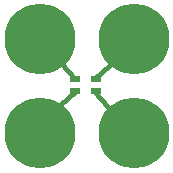
<source format=gtl>
%TF.GenerationSoftware,KiCad,Pcbnew,4.0.5-e0-6337~49~ubuntu16.04.1*%
%TF.CreationDate,2017-05-29T07:18:39-07:00*%
%TF.ProjectId,2x2-LED-RGB-SMT,3278322D4C45442D5247422D534D542E,v1.1*%
%TF.FileFunction,Copper,L1,Top,Signal*%
%FSLAX46Y46*%
G04 Gerber Fmt 4.6, Leading zero omitted, Abs format (unit mm)*
G04 Created by KiCad (PCBNEW 4.0.5-e0-6337~49~ubuntu16.04.1) date Mon May 29 07:18:39 2017*
%MOMM*%
%LPD*%
G01*
G04 APERTURE LIST*
%ADD10C,0.350000*%
%ADD11C,0.400000*%
%ADD12C,6.000000*%
%ADD13R,0.850000X0.500000*%
%ADD14C,0.350000*%
G04 APERTURE END LIST*
D10*
D11*
X27720280Y-29369960D02*
X24720280Y-25969960D01*
X27820280Y-30369960D02*
X24420280Y-33369960D01*
X29320280Y-29369960D02*
X32720280Y-26369960D01*
X29320280Y-30369960D02*
X32320280Y-33769960D01*
D12*
X24720280Y-33969960D03*
X24720280Y-25969960D03*
X32720280Y-25969960D03*
X32720280Y-33969960D03*
D13*
X27720280Y-30369960D03*
X27720280Y-29369960D03*
X29470280Y-30369960D03*
X29470280Y-29369960D03*
D14*
X24720280Y-33969960D03*
X24720280Y-25969960D03*
X32720280Y-25969960D03*
X32720280Y-33969960D03*
M02*

</source>
